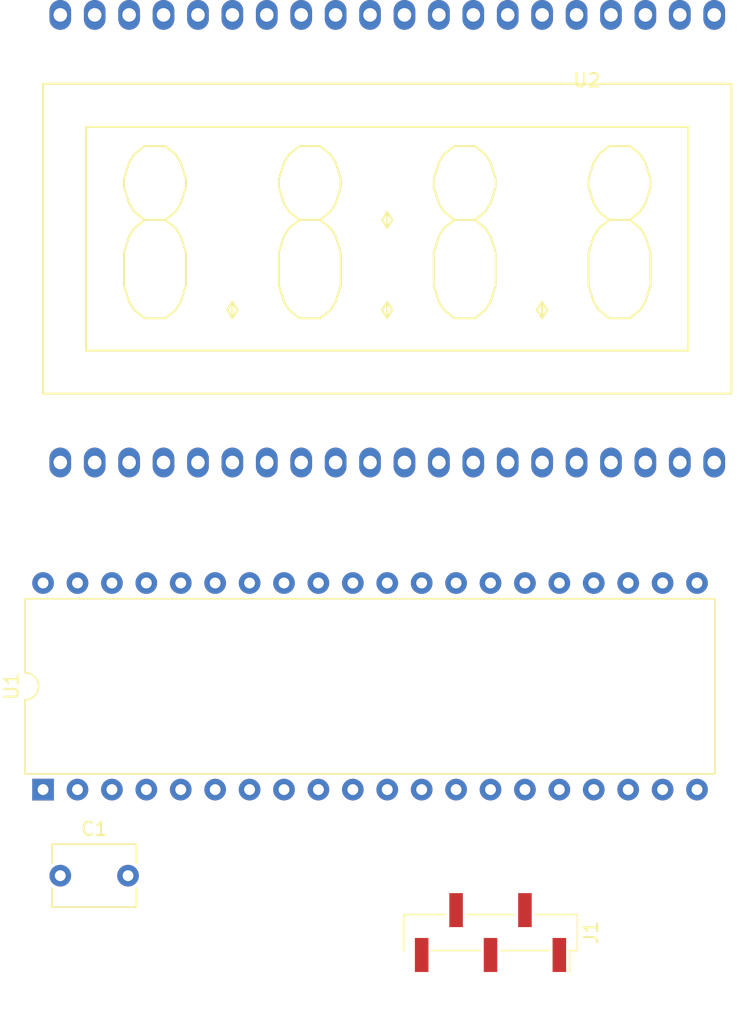
<source format=kicad_pcb>
(kicad_pcb (version 20171130) (host pcbnew 5.0.2+dfsg1-1)

  (general
    (thickness 1.6)
    (drawings 0)
    (tracks 0)
    (zones 0)
    (modules 4)
    (nets 47)
  )

  (page A4)
  (layers
    (0 F.Cu signal)
    (31 B.Cu signal)
    (32 B.Adhes user)
    (33 F.Adhes user)
    (34 B.Paste user)
    (35 F.Paste user)
    (36 B.SilkS user)
    (37 F.SilkS user)
    (38 B.Mask user)
    (39 F.Mask user)
    (40 Dwgs.User user)
    (41 Cmts.User user)
    (42 Eco1.User user)
    (43 Eco2.User user)
    (44 Edge.Cuts user)
    (45 Margin user)
    (46 B.CrtYd user)
    (47 F.CrtYd user)
    (48 B.Fab user)
    (49 F.Fab user)
  )

  (setup
    (last_trace_width 0.25)
    (trace_clearance 0.2)
    (zone_clearance 0.508)
    (zone_45_only no)
    (trace_min 0.2)
    (segment_width 0.2)
    (edge_width 0.15)
    (via_size 0.8)
    (via_drill 0.4)
    (via_min_size 0.4)
    (via_min_drill 0.3)
    (uvia_size 0.3)
    (uvia_drill 0.1)
    (uvias_allowed no)
    (uvia_min_size 0.2)
    (uvia_min_drill 0.1)
    (pcb_text_width 0.3)
    (pcb_text_size 1.5 1.5)
    (mod_edge_width 0.15)
    (mod_text_size 1 1)
    (mod_text_width 0.15)
    (pad_size 1.524 1.524)
    (pad_drill 0.762)
    (pad_to_mask_clearance 0.051)
    (solder_mask_min_width 0.25)
    (aux_axis_origin 0 0)
    (visible_elements FFFFFF7F)
    (pcbplotparams
      (layerselection 0x010fc_ffffffff)
      (usegerberextensions false)
      (usegerberattributes false)
      (usegerberadvancedattributes false)
      (creategerberjobfile false)
      (excludeedgelayer true)
      (linewidth 0.100000)
      (plotframeref false)
      (viasonmask false)
      (mode 1)
      (useauxorigin false)
      (hpglpennumber 1)
      (hpglpenspeed 20)
      (hpglpendiameter 15.000000)
      (psnegative false)
      (psa4output false)
      (plotreference true)
      (plotvalue true)
      (plotinvisibletext false)
      (padsonsilk false)
      (subtractmaskfromsilk false)
      (outputformat 1)
      (mirror false)
      (drillshape 1)
      (scaleselection 1)
      (outputdirectory ""))
  )

  (net 0 "")
  (net 1 "Net-(C1-Pad1)")
  (net 2 GND)
  (net 3 "Net-(J1-Pad2)")
  (net 4 "Net-(J1-Pad4)")
  (net 5 VCC)
  (net 6 "Net-(J1-Pad3)")
  (net 7 "Net-(U1-Pad21)")
  (net 8 "Net-(U1-Pad22)")
  (net 9 "Net-(U1-Pad3)")
  (net 10 "Net-(U1-Pad23)")
  (net 11 "Net-(U1-Pad4)")
  (net 12 "Net-(U1-Pad24)")
  (net 13 "Net-(U1-Pad5)")
  (net 14 "Net-(U1-Pad25)")
  (net 15 "Net-(U1-Pad6)")
  (net 16 "Net-(U1-Pad26)")
  (net 17 "Net-(U1-Pad7)")
  (net 18 "Net-(U1-Pad27)")
  (net 19 "Net-(U1-Pad8)")
  (net 20 "Net-(U1-Pad28)")
  (net 21 "Net-(U1-Pad9)")
  (net 22 "Net-(U1-Pad29)")
  (net 23 "Net-(U1-Pad10)")
  (net 24 "Net-(U1-Pad30)")
  (net 25 "Net-(U1-Pad11)")
  (net 26 "Net-(U1-Pad12)")
  (net 27 "Net-(U1-Pad32)")
  (net 28 "Net-(U1-Pad13)")
  (net 29 "Net-(U1-Pad33)")
  (net 30 "Net-(U1-Pad14)")
  (net 31 "Net-(U1-Pad15)")
  (net 32 "Net-(U1-Pad35)")
  (net 33 "Net-(U1-Pad16)")
  (net 34 "Net-(U1-Pad17)")
  (net 35 "Net-(U1-Pad37)")
  (net 36 "Net-(U1-Pad18)")
  (net 37 "Net-(U1-Pad38)")
  (net 38 "Net-(U1-Pad19)")
  (net 39 "Net-(U1-Pad39)")
  (net 40 "Net-(U1-Pad20)")
  (net 41 "Net-(U2-Pad2)")
  (net 42 "Net-(U2-Pad3)")
  (net 43 "Net-(U2-Pad4)")
  (net 44 "Net-(U2-Pad33)")
  (net 45 "Net-(U2-Pad38)")
  (net 46 "Net-(U2-Pad39)")

  (net_class Default "This is the default net class."
    (clearance 0.2)
    (trace_width 0.25)
    (via_dia 0.8)
    (via_drill 0.4)
    (uvia_dia 0.3)
    (uvia_drill 0.1)
    (add_net GND)
    (add_net "Net-(C1-Pad1)")
    (add_net "Net-(J1-Pad2)")
    (add_net "Net-(J1-Pad3)")
    (add_net "Net-(J1-Pad4)")
    (add_net "Net-(U1-Pad10)")
    (add_net "Net-(U1-Pad11)")
    (add_net "Net-(U1-Pad12)")
    (add_net "Net-(U1-Pad13)")
    (add_net "Net-(U1-Pad14)")
    (add_net "Net-(U1-Pad15)")
    (add_net "Net-(U1-Pad16)")
    (add_net "Net-(U1-Pad17)")
    (add_net "Net-(U1-Pad18)")
    (add_net "Net-(U1-Pad19)")
    (add_net "Net-(U1-Pad20)")
    (add_net "Net-(U1-Pad21)")
    (add_net "Net-(U1-Pad22)")
    (add_net "Net-(U1-Pad23)")
    (add_net "Net-(U1-Pad24)")
    (add_net "Net-(U1-Pad25)")
    (add_net "Net-(U1-Pad26)")
    (add_net "Net-(U1-Pad27)")
    (add_net "Net-(U1-Pad28)")
    (add_net "Net-(U1-Pad29)")
    (add_net "Net-(U1-Pad3)")
    (add_net "Net-(U1-Pad30)")
    (add_net "Net-(U1-Pad32)")
    (add_net "Net-(U1-Pad33)")
    (add_net "Net-(U1-Pad35)")
    (add_net "Net-(U1-Pad37)")
    (add_net "Net-(U1-Pad38)")
    (add_net "Net-(U1-Pad39)")
    (add_net "Net-(U1-Pad4)")
    (add_net "Net-(U1-Pad5)")
    (add_net "Net-(U1-Pad6)")
    (add_net "Net-(U1-Pad7)")
    (add_net "Net-(U1-Pad8)")
    (add_net "Net-(U1-Pad9)")
    (add_net "Net-(U2-Pad2)")
    (add_net "Net-(U2-Pad3)")
    (add_net "Net-(U2-Pad33)")
    (add_net "Net-(U2-Pad38)")
    (add_net "Net-(U2-Pad39)")
    (add_net "Net-(U2-Pad4)")
    (add_net VCC)
  )

  (module Capacitor_THT:C_Disc_D6.0mm_W4.4mm_P5.00mm (layer F.Cu) (tedit 5AE50EF0) (tstamp 5EF20468)
    (at 111.76 128.27)
    (descr "C, Disc series, Radial, pin pitch=5.00mm, , diameter*width=6*4.4mm^2, Capacitor")
    (tags "C Disc series Radial pin pitch 5.00mm  diameter 6mm width 4.4mm Capacitor")
    (path /5EAA22A5)
    (fp_text reference C1 (at 2.5 -3.45) (layer F.SilkS)
      (effects (font (size 1 1) (thickness 0.15)))
    )
    (fp_text value "C 103" (at 2.5 3.45) (layer F.Fab)
      (effects (font (size 1 1) (thickness 0.15)))
    )
    (fp_line (start -0.5 -2.2) (end -0.5 2.2) (layer F.Fab) (width 0.1))
    (fp_line (start -0.5 2.2) (end 5.5 2.2) (layer F.Fab) (width 0.1))
    (fp_line (start 5.5 2.2) (end 5.5 -2.2) (layer F.Fab) (width 0.1))
    (fp_line (start 5.5 -2.2) (end -0.5 -2.2) (layer F.Fab) (width 0.1))
    (fp_line (start -0.62 -2.321) (end 5.62 -2.321) (layer F.SilkS) (width 0.12))
    (fp_line (start -0.62 2.321) (end 5.62 2.321) (layer F.SilkS) (width 0.12))
    (fp_line (start -0.62 -2.321) (end -0.62 -0.925) (layer F.SilkS) (width 0.12))
    (fp_line (start -0.62 0.925) (end -0.62 2.321) (layer F.SilkS) (width 0.12))
    (fp_line (start 5.62 -2.321) (end 5.62 -0.925) (layer F.SilkS) (width 0.12))
    (fp_line (start 5.62 0.925) (end 5.62 2.321) (layer F.SilkS) (width 0.12))
    (fp_line (start -1.05 -2.45) (end -1.05 2.45) (layer F.CrtYd) (width 0.05))
    (fp_line (start -1.05 2.45) (end 6.05 2.45) (layer F.CrtYd) (width 0.05))
    (fp_line (start 6.05 2.45) (end 6.05 -2.45) (layer F.CrtYd) (width 0.05))
    (fp_line (start 6.05 -2.45) (end -1.05 -2.45) (layer F.CrtYd) (width 0.05))
    (fp_text user %R (at 2.5 0) (layer F.Fab)
      (effects (font (size 1 1) (thickness 0.15)))
    )
    (pad 1 thru_hole circle (at 0 0) (size 1.6 1.6) (drill 0.8) (layers *.Cu *.Mask)
      (net 1 "Net-(C1-Pad1)"))
    (pad 2 thru_hole circle (at 5 0) (size 1.6 1.6) (drill 0.8) (layers *.Cu *.Mask)
      (net 2 GND))
    (model ${KISYS3DMOD}/Capacitor_THT.3dshapes/C_Disc_D6.0mm_W4.4mm_P5.00mm.wrl
      (at (xyz 0 0 0))
      (scale (xyz 1 1 1))
      (rotate (xyz 0 0 0))
    )
  )

  (module Connector_PinHeader_2.54mm:PinHeader_1x05_P2.54mm_Vertical_SMD_Pin1Right (layer F.Cu) (tedit 59FED5CC) (tstamp 5EF20494)
    (at 143.51 132.465 270)
    (descr "surface-mounted straight pin header, 1x05, 2.54mm pitch, single row, style 2 (pin 1 right)")
    (tags "Surface mounted pin header SMD 1x05 2.54mm single row style2 pin1 right")
    (path /5EABEDCF)
    (attr smd)
    (fp_text reference J1 (at 0 -7.41 270) (layer F.SilkS)
      (effects (font (size 1 1) (thickness 0.15)))
    )
    (fp_text value Conn_01x05_Male (at 0 7.41 270) (layer F.Fab)
      (effects (font (size 1 1) (thickness 0.15)))
    )
    (fp_line (start 1.27 6.35) (end -1.27 6.35) (layer F.Fab) (width 0.1))
    (fp_line (start -1.27 -6.35) (end 0.32 -6.35) (layer F.Fab) (width 0.1))
    (fp_line (start 1.27 6.35) (end 1.27 -5.4) (layer F.Fab) (width 0.1))
    (fp_line (start 1.27 -5.4) (end 0.32 -6.35) (layer F.Fab) (width 0.1))
    (fp_line (start -1.27 -6.35) (end -1.27 6.35) (layer F.Fab) (width 0.1))
    (fp_line (start -1.27 -2.86) (end -2.54 -2.86) (layer F.Fab) (width 0.1))
    (fp_line (start -2.54 -2.86) (end -2.54 -2.22) (layer F.Fab) (width 0.1))
    (fp_line (start -2.54 -2.22) (end -1.27 -2.22) (layer F.Fab) (width 0.1))
    (fp_line (start -1.27 2.22) (end -2.54 2.22) (layer F.Fab) (width 0.1))
    (fp_line (start -2.54 2.22) (end -2.54 2.86) (layer F.Fab) (width 0.1))
    (fp_line (start -2.54 2.86) (end -1.27 2.86) (layer F.Fab) (width 0.1))
    (fp_line (start 1.27 -5.4) (end 2.54 -5.4) (layer F.Fab) (width 0.1))
    (fp_line (start 2.54 -5.4) (end 2.54 -4.76) (layer F.Fab) (width 0.1))
    (fp_line (start 2.54 -4.76) (end 1.27 -4.76) (layer F.Fab) (width 0.1))
    (fp_line (start 1.27 -0.32) (end 2.54 -0.32) (layer F.Fab) (width 0.1))
    (fp_line (start 2.54 -0.32) (end 2.54 0.32) (layer F.Fab) (width 0.1))
    (fp_line (start 2.54 0.32) (end 1.27 0.32) (layer F.Fab) (width 0.1))
    (fp_line (start 1.27 4.76) (end 2.54 4.76) (layer F.Fab) (width 0.1))
    (fp_line (start 2.54 4.76) (end 2.54 5.4) (layer F.Fab) (width 0.1))
    (fp_line (start 2.54 5.4) (end 1.27 5.4) (layer F.Fab) (width 0.1))
    (fp_line (start -1.33 -6.41) (end 1.33 -6.41) (layer F.SilkS) (width 0.12))
    (fp_line (start -1.33 6.41) (end 1.33 6.41) (layer F.SilkS) (width 0.12))
    (fp_line (start 1.33 -4.32) (end 1.33 -0.76) (layer F.SilkS) (width 0.12))
    (fp_line (start 1.33 0.76) (end 1.33 4.32) (layer F.SilkS) (width 0.12))
    (fp_line (start -1.33 -6.41) (end -1.33 -3.3) (layer F.SilkS) (width 0.12))
    (fp_line (start 1.33 -5.84) (end 2.85 -5.84) (layer F.SilkS) (width 0.12))
    (fp_line (start 1.33 -6.41) (end 1.33 -5.84) (layer F.SilkS) (width 0.12))
    (fp_line (start -1.33 5.84) (end -1.33 6.41) (layer F.SilkS) (width 0.12))
    (fp_line (start -1.33 -1.78) (end -1.33 1.78) (layer F.SilkS) (width 0.12))
    (fp_line (start -1.33 3.3) (end -1.33 6.41) (layer F.SilkS) (width 0.12))
    (fp_line (start -3.45 -6.85) (end -3.45 6.85) (layer F.CrtYd) (width 0.05))
    (fp_line (start -3.45 6.85) (end 3.45 6.85) (layer F.CrtYd) (width 0.05))
    (fp_line (start 3.45 6.85) (end 3.45 -6.85) (layer F.CrtYd) (width 0.05))
    (fp_line (start 3.45 -6.85) (end -3.45 -6.85) (layer F.CrtYd) (width 0.05))
    (fp_text user %R (at 0 0) (layer F.Fab)
      (effects (font (size 1 1) (thickness 0.15)))
    )
    (pad 2 smd rect (at -1.655 -2.54 270) (size 2.51 1) (layers F.Cu F.Paste F.Mask)
      (net 3 "Net-(J1-Pad2)"))
    (pad 4 smd rect (at -1.655 2.54 270) (size 2.51 1) (layers F.Cu F.Paste F.Mask)
      (net 4 "Net-(J1-Pad4)"))
    (pad 1 smd rect (at 1.655 -5.08 270) (size 2.51 1) (layers F.Cu F.Paste F.Mask)
      (net 5 VCC))
    (pad 3 smd rect (at 1.655 0 270) (size 2.51 1) (layers F.Cu F.Paste F.Mask)
      (net 6 "Net-(J1-Pad3)"))
    (pad 5 smd rect (at 1.655 5.08 270) (size 2.51 1) (layers F.Cu F.Paste F.Mask)
      (net 2 GND))
    (model ${KISYS3DMOD}/Connector_PinHeader_2.54mm.3dshapes/PinHeader_1x05_P2.54mm_Vertical_SMD_Pin1Right.wrl
      (at (xyz 0 0 0))
      (scale (xyz 1 1 1))
      (rotate (xyz 0 0 0))
    )
  )

  (module Package_DIP:DIP-40_W15.24mm (layer F.Cu) (tedit 5A02E8C5) (tstamp 5EF204D0)
    (at 110.49 121.92 90)
    (descr "40-lead though-hole mounted DIP package, row spacing 15.24 mm (600 mils)")
    (tags "THT DIP DIL PDIP 2.54mm 15.24mm 600mil")
    (path /5EA9573D)
    (fp_text reference U1 (at 7.62 -2.33 90) (layer F.SilkS)
      (effects (font (size 1 1) (thickness 0.15)))
    )
    (fp_text value AY0438X-P (at 7.62 50.59 90) (layer F.Fab)
      (effects (font (size 1 1) (thickness 0.15)))
    )
    (fp_arc (start 7.62 -1.33) (end 6.62 -1.33) (angle -180) (layer F.SilkS) (width 0.12))
    (fp_line (start 1.255 -1.27) (end 14.985 -1.27) (layer F.Fab) (width 0.1))
    (fp_line (start 14.985 -1.27) (end 14.985 49.53) (layer F.Fab) (width 0.1))
    (fp_line (start 14.985 49.53) (end 0.255 49.53) (layer F.Fab) (width 0.1))
    (fp_line (start 0.255 49.53) (end 0.255 -0.27) (layer F.Fab) (width 0.1))
    (fp_line (start 0.255 -0.27) (end 1.255 -1.27) (layer F.Fab) (width 0.1))
    (fp_line (start 6.62 -1.33) (end 1.16 -1.33) (layer F.SilkS) (width 0.12))
    (fp_line (start 1.16 -1.33) (end 1.16 49.59) (layer F.SilkS) (width 0.12))
    (fp_line (start 1.16 49.59) (end 14.08 49.59) (layer F.SilkS) (width 0.12))
    (fp_line (start 14.08 49.59) (end 14.08 -1.33) (layer F.SilkS) (width 0.12))
    (fp_line (start 14.08 -1.33) (end 8.62 -1.33) (layer F.SilkS) (width 0.12))
    (fp_line (start -1.05 -1.55) (end -1.05 49.8) (layer F.CrtYd) (width 0.05))
    (fp_line (start -1.05 49.8) (end 16.3 49.8) (layer F.CrtYd) (width 0.05))
    (fp_line (start 16.3 49.8) (end 16.3 -1.55) (layer F.CrtYd) (width 0.05))
    (fp_line (start 16.3 -1.55) (end -1.05 -1.55) (layer F.CrtYd) (width 0.05))
    (fp_text user %R (at 7.62 24.13 90) (layer F.Fab)
      (effects (font (size 1 1) (thickness 0.15)))
    )
    (pad 1 thru_hole rect (at 0 0 90) (size 1.6 1.6) (drill 0.8) (layers *.Cu *.Mask)
      (net 5 VCC))
    (pad 21 thru_hole oval (at 15.24 48.26 90) (size 1.6 1.6) (drill 0.8) (layers *.Cu *.Mask)
      (net 7 "Net-(U1-Pad21)"))
    (pad 2 thru_hole oval (at 0 2.54 90) (size 1.6 1.6) (drill 0.8) (layers *.Cu *.Mask)
      (net 4 "Net-(J1-Pad4)"))
    (pad 22 thru_hole oval (at 15.24 45.72 90) (size 1.6 1.6) (drill 0.8) (layers *.Cu *.Mask)
      (net 8 "Net-(U1-Pad22)"))
    (pad 3 thru_hole oval (at 0 5.08 90) (size 1.6 1.6) (drill 0.8) (layers *.Cu *.Mask)
      (net 9 "Net-(U1-Pad3)"))
    (pad 23 thru_hole oval (at 15.24 43.18 90) (size 1.6 1.6) (drill 0.8) (layers *.Cu *.Mask)
      (net 10 "Net-(U1-Pad23)"))
    (pad 4 thru_hole oval (at 0 7.62 90) (size 1.6 1.6) (drill 0.8) (layers *.Cu *.Mask)
      (net 11 "Net-(U1-Pad4)"))
    (pad 24 thru_hole oval (at 15.24 40.64 90) (size 1.6 1.6) (drill 0.8) (layers *.Cu *.Mask)
      (net 12 "Net-(U1-Pad24)"))
    (pad 5 thru_hole oval (at 0 10.16 90) (size 1.6 1.6) (drill 0.8) (layers *.Cu *.Mask)
      (net 13 "Net-(U1-Pad5)"))
    (pad 25 thru_hole oval (at 15.24 38.1 90) (size 1.6 1.6) (drill 0.8) (layers *.Cu *.Mask)
      (net 14 "Net-(U1-Pad25)"))
    (pad 6 thru_hole oval (at 0 12.7 90) (size 1.6 1.6) (drill 0.8) (layers *.Cu *.Mask)
      (net 15 "Net-(U1-Pad6)"))
    (pad 26 thru_hole oval (at 15.24 35.56 90) (size 1.6 1.6) (drill 0.8) (layers *.Cu *.Mask)
      (net 16 "Net-(U1-Pad26)"))
    (pad 7 thru_hole oval (at 0 15.24 90) (size 1.6 1.6) (drill 0.8) (layers *.Cu *.Mask)
      (net 17 "Net-(U1-Pad7)"))
    (pad 27 thru_hole oval (at 15.24 33.02 90) (size 1.6 1.6) (drill 0.8) (layers *.Cu *.Mask)
      (net 18 "Net-(U1-Pad27)"))
    (pad 8 thru_hole oval (at 0 17.78 90) (size 1.6 1.6) (drill 0.8) (layers *.Cu *.Mask)
      (net 19 "Net-(U1-Pad8)"))
    (pad 28 thru_hole oval (at 15.24 30.48 90) (size 1.6 1.6) (drill 0.8) (layers *.Cu *.Mask)
      (net 20 "Net-(U1-Pad28)"))
    (pad 9 thru_hole oval (at 0 20.32 90) (size 1.6 1.6) (drill 0.8) (layers *.Cu *.Mask)
      (net 21 "Net-(U1-Pad9)"))
    (pad 29 thru_hole oval (at 15.24 27.94 90) (size 1.6 1.6) (drill 0.8) (layers *.Cu *.Mask)
      (net 22 "Net-(U1-Pad29)"))
    (pad 10 thru_hole oval (at 0 22.86 90) (size 1.6 1.6) (drill 0.8) (layers *.Cu *.Mask)
      (net 23 "Net-(U1-Pad10)"))
    (pad 30 thru_hole oval (at 15.24 25.4 90) (size 1.6 1.6) (drill 0.8) (layers *.Cu *.Mask)
      (net 24 "Net-(U1-Pad30)"))
    (pad 11 thru_hole oval (at 0 25.4 90) (size 1.6 1.6) (drill 0.8) (layers *.Cu *.Mask)
      (net 25 "Net-(U1-Pad11)"))
    (pad 31 thru_hole oval (at 15.24 22.86 90) (size 1.6 1.6) (drill 0.8) (layers *.Cu *.Mask)
      (net 1 "Net-(C1-Pad1)"))
    (pad 12 thru_hole oval (at 0 27.94 90) (size 1.6 1.6) (drill 0.8) (layers *.Cu *.Mask)
      (net 26 "Net-(U1-Pad12)"))
    (pad 32 thru_hole oval (at 15.24 20.32 90) (size 1.6 1.6) (drill 0.8) (layers *.Cu *.Mask)
      (net 27 "Net-(U1-Pad32)"))
    (pad 13 thru_hole oval (at 0 30.48 90) (size 1.6 1.6) (drill 0.8) (layers *.Cu *.Mask)
      (net 28 "Net-(U1-Pad13)"))
    (pad 33 thru_hole oval (at 15.24 17.78 90) (size 1.6 1.6) (drill 0.8) (layers *.Cu *.Mask)
      (net 29 "Net-(U1-Pad33)"))
    (pad 14 thru_hole oval (at 0 33.02 90) (size 1.6 1.6) (drill 0.8) (layers *.Cu *.Mask)
      (net 30 "Net-(U1-Pad14)"))
    (pad 34 thru_hole oval (at 15.24 15.24 90) (size 1.6 1.6) (drill 0.8) (layers *.Cu *.Mask)
      (net 3 "Net-(J1-Pad2)"))
    (pad 15 thru_hole oval (at 0 35.56 90) (size 1.6 1.6) (drill 0.8) (layers *.Cu *.Mask)
      (net 31 "Net-(U1-Pad15)"))
    (pad 35 thru_hole oval (at 15.24 12.7 90) (size 1.6 1.6) (drill 0.8) (layers *.Cu *.Mask)
      (net 32 "Net-(U1-Pad35)"))
    (pad 16 thru_hole oval (at 0 38.1 90) (size 1.6 1.6) (drill 0.8) (layers *.Cu *.Mask)
      (net 33 "Net-(U1-Pad16)"))
    (pad 36 thru_hole oval (at 15.24 10.16 90) (size 1.6 1.6) (drill 0.8) (layers *.Cu *.Mask)
      (net 2 GND))
    (pad 17 thru_hole oval (at 0 40.64 90) (size 1.6 1.6) (drill 0.8) (layers *.Cu *.Mask)
      (net 34 "Net-(U1-Pad17)"))
    (pad 37 thru_hole oval (at 15.24 7.62 90) (size 1.6 1.6) (drill 0.8) (layers *.Cu *.Mask)
      (net 35 "Net-(U1-Pad37)"))
    (pad 18 thru_hole oval (at 0 43.18 90) (size 1.6 1.6) (drill 0.8) (layers *.Cu *.Mask)
      (net 36 "Net-(U1-Pad18)"))
    (pad 38 thru_hole oval (at 15.24 5.08 90) (size 1.6 1.6) (drill 0.8) (layers *.Cu *.Mask)
      (net 37 "Net-(U1-Pad38)"))
    (pad 19 thru_hole oval (at 0 45.72 90) (size 1.6 1.6) (drill 0.8) (layers *.Cu *.Mask)
      (net 38 "Net-(U1-Pad19)"))
    (pad 39 thru_hole oval (at 15.24 2.54 90) (size 1.6 1.6) (drill 0.8) (layers *.Cu *.Mask)
      (net 39 "Net-(U1-Pad39)"))
    (pad 20 thru_hole oval (at 0 48.26 90) (size 1.6 1.6) (drill 0.8) (layers *.Cu *.Mask)
      (net 40 "Net-(U1-Pad20)"))
    (pad 40 thru_hole oval (at 15.24 0 90) (size 1.6 1.6) (drill 0.8) (layers *.Cu *.Mask)
      (net 6 "Net-(J1-Pad3)"))
    (model ${KISYS3DMOD}/Package_DIP.3dshapes/DIP-40_W15.24mm.wrl
      (at (xyz 0 0 0))
      (scale (xyz 1 1 1))
      (rotate (xyz 0 0 0))
    )
  )

  (module kicad:DE119 (layer F.Cu) (tedit 5EAAF4B4) (tstamp 5EF20BDF)
    (at 135.89 81.28)
    (path /5EAA427C)
    (fp_text reference U2 (at 14.732 -11.684) (layer F.SilkS)
      (effects (font (size 1 1) (thickness 0.15)))
    )
    (fp_text value DE119 (at 0 -10.16) (layer F.Fab)
      (effects (font (size 1 1) (thickness 0.15)))
    )
    (fp_line (start -22.225 8.255) (end 22.225 8.255) (layer F.SilkS) (width 0.15))
    (fp_line (start 22.225 -8.255) (end 22.225 8.255) (layer F.SilkS) (width 0.15))
    (fp_line (start -22.225 -8.255) (end 22.225 -8.255) (layer F.SilkS) (width 0.15))
    (fp_line (start -22.225 -8.255) (end -22.225 8.255) (layer F.SilkS) (width 0.15))
    (fp_line (start -25.4 11.43) (end 25.4 11.43) (layer F.SilkS) (width 0.15))
    (fp_line (start 25.4 -11.43) (end 25.4 11.43) (layer F.SilkS) (width 0.15))
    (fp_line (start -25.4 -11.43) (end 25.4 -11.43) (layer F.SilkS) (width 0.15))
    (fp_line (start -25.4 -11.43) (end -25.4 11.43) (layer F.SilkS) (width 0.15))
    (fp_text user 8.8:8.8 (at 0 0) (layer F.SilkS)
      (effects (font (size 12.7 8) (thickness 0.15)))
    )
    (pad 1 thru_hole oval (at -24.13 16.51) (size 1.6 2.2) (drill 1) (layers *.Cu *.Mask)
      (net 24 "Net-(U1-Pad30)"))
    (pad 2 thru_hole oval (at -21.59 16.51) (size 1.6 2.2) (drill 1) (layers *.Cu *.Mask)
      (net 41 "Net-(U2-Pad2)"))
    (pad 3 thru_hole oval (at -19.05 16.51) (size 1.6 2.2) (drill 1) (layers *.Cu *.Mask)
      (net 42 "Net-(U2-Pad3)"))
    (pad 4 thru_hole oval (at -16.51 16.51) (size 1.6 2.2) (drill 1) (layers *.Cu *.Mask)
      (net 43 "Net-(U2-Pad4)"))
    (pad 5 thru_hole oval (at -13.97 16.51) (size 1.6 2.2) (drill 1) (layers *.Cu *.Mask)
      (net 27 "Net-(U1-Pad32)"))
    (pad 6 thru_hole oval (at -11.43 16.51) (size 1.6 2.2) (drill 1) (layers *.Cu *.Mask)
      (net 29 "Net-(U1-Pad33)"))
    (pad 7 thru_hole oval (at -8.89 16.51) (size 1.6 2.2) (drill 1) (layers *.Cu *.Mask)
      (net 35 "Net-(U1-Pad37)"))
    (pad 8 thru_hole oval (at -6.35 16.51) (size 1.6 2.2) (drill 1) (layers *.Cu *.Mask)
      (net 18 "Net-(U1-Pad27)"))
    (pad 9 thru_hole oval (at -3.81 16.51) (size 1.6 2.2) (drill 1) (layers *.Cu *.Mask)
      (net 8 "Net-(U1-Pad22)"))
    (pad 10 thru_hole oval (at -1.27 16.51) (size 1.6 2.2) (drill 1) (layers *.Cu *.Mask)
      (net 10 "Net-(U1-Pad23)"))
    (pad 11 thru_hole oval (at 1.27 16.51) (size 1.6 2.2) (drill 1) (layers *.Cu *.Mask)
      (net 12 "Net-(U1-Pad24)"))
    (pad 12 thru_hole oval (at 3.81 16.51) (size 1.6 2.2) (drill 1) (layers *.Cu *.Mask)
      (net 38 "Net-(U1-Pad19)"))
    (pad 13 thru_hole oval (at 6.35 16.51) (size 1.6 2.2) (drill 1) (layers *.Cu *.Mask)
      (net 30 "Net-(U1-Pad14)"))
    (pad 14 thru_hole oval (at 8.89 16.51) (size 1.6 2.2) (drill 1) (layers *.Cu *.Mask)
      (net 31 "Net-(U1-Pad15)"))
    (pad 15 thru_hole oval (at 11.43 16.51) (size 1.6 2.2) (drill 1) (layers *.Cu *.Mask)
      (net 33 "Net-(U1-Pad16)"))
    (pad 16 thru_hole oval (at 13.97 16.51) (size 1.6 2.2) (drill 1) (layers *.Cu *.Mask)
      (net 25 "Net-(U1-Pad11)"))
    (pad 17 thru_hole oval (at 16.51 16.51) (size 1.6 2.2) (drill 1) (layers *.Cu *.Mask)
      (net 15 "Net-(U1-Pad6)"))
    (pad 18 thru_hole oval (at 19.05 16.51) (size 1.6 2.2) (drill 1) (layers *.Cu *.Mask)
      (net 17 "Net-(U1-Pad7)"))
    (pad 19 thru_hole oval (at 21.59 16.51) (size 1.6 2.2) (drill 1) (layers *.Cu *.Mask)
      (net 19 "Net-(U1-Pad8)"))
    (pad 20 thru_hole oval (at 24.13 16.51) (size 1.6 2.2) (drill 1) (layers *.Cu *.Mask)
      (net 21 "Net-(U1-Pad9)"))
    (pad 21 thru_hole oval (at 24.13 -16.51) (size 1.6 2.2) (drill 1) (layers *.Cu *.Mask)
      (net 23 "Net-(U1-Pad10)"))
    (pad 22 thru_hole oval (at 21.59 -16.51) (size 1.6 2.2) (drill 1) (layers *.Cu *.Mask)
      (net 13 "Net-(U1-Pad5)"))
    (pad 23 thru_hole oval (at 19.05 -16.51) (size 1.6 2.2) (drill 1) (layers *.Cu *.Mask)
      (net 11 "Net-(U1-Pad4)"))
    (pad 24 thru_hole oval (at 16.51 -16.51) (size 1.6 2.2) (drill 1) (layers *.Cu *.Mask)
      (net 34 "Net-(U1-Pad17)"))
    (pad 25 thru_hole oval (at 13.97 -16.51) (size 1.6 2.2) (drill 1) (layers *.Cu *.Mask)
      (net 36 "Net-(U1-Pad18)"))
    (pad 26 thru_hole oval (at 11.43 -16.51) (size 1.6 2.2) (drill 1) (layers *.Cu *.Mask)
      (net 28 "Net-(U1-Pad13)"))
    (pad 27 thru_hole oval (at 8.89 -16.51) (size 1.6 2.2) (drill 1) (layers *.Cu *.Mask)
      (net 26 "Net-(U1-Pad12)"))
    (pad 28 thru_hole oval (at 6.35 -16.51) (size 1.6 2.2) (drill 1) (layers *.Cu *.Mask)
      (net 9 "Net-(U1-Pad3)"))
    (pad 29 thru_hole oval (at 3.81 -16.51) (size 1.6 2.2) (drill 1) (layers *.Cu *.Mask)
      (net 14 "Net-(U1-Pad25)"))
    (pad 30 thru_hole oval (at 1.27 -16.51) (size 1.6 2.2) (drill 1) (layers *.Cu *.Mask)
      (net 16 "Net-(U1-Pad26)"))
    (pad 31 thru_hole oval (at -1.27 -16.51) (size 1.6 2.2) (drill 1) (layers *.Cu *.Mask)
      (net 7 "Net-(U1-Pad21)"))
    (pad 32 thru_hole oval (at -3.81 -16.51) (size 1.6 2.2) (drill 1) (layers *.Cu *.Mask)
      (net 40 "Net-(U1-Pad20)"))
    (pad 33 thru_hole oval (at -6.35 -16.51) (size 1.6 2.2) (drill 1) (layers *.Cu *.Mask)
      (net 44 "Net-(U2-Pad33)"))
    (pad 34 thru_hole oval (at -8.89 -16.51) (size 1.6 2.2) (drill 1) (layers *.Cu *.Mask)
      (net 37 "Net-(U1-Pad38)"))
    (pad 35 thru_hole oval (at -11.43 -16.51) (size 1.6 2.2) (drill 1) (layers *.Cu *.Mask)
      (net 39 "Net-(U1-Pad39)"))
    (pad 36 thru_hole oval (at -13.97 -16.51) (size 1.6 2.2) (drill 1) (layers *.Cu *.Mask)
      (net 22 "Net-(U1-Pad29)"))
    (pad 37 thru_hole oval (at -16.51 -16.51) (size 1.6 2.2) (drill 1) (layers *.Cu *.Mask)
      (net 20 "Net-(U1-Pad28)"))
    (pad 38 thru_hole oval (at -19.05 -16.51) (size 1.6 2.2) (drill 1) (layers *.Cu *.Mask)
      (net 45 "Net-(U2-Pad38)"))
    (pad 39 thru_hole oval (at -21.59 -16.51) (size 1.6 2.2) (drill 1) (layers *.Cu *.Mask)
      (net 46 "Net-(U2-Pad39)"))
    (pad 40 thru_hole oval (at -24.13 -16.51) (size 1.6 2.2) (drill 1) (layers *.Cu *.Mask)
      (net 24 "Net-(U1-Pad30)"))
  )

)

</source>
